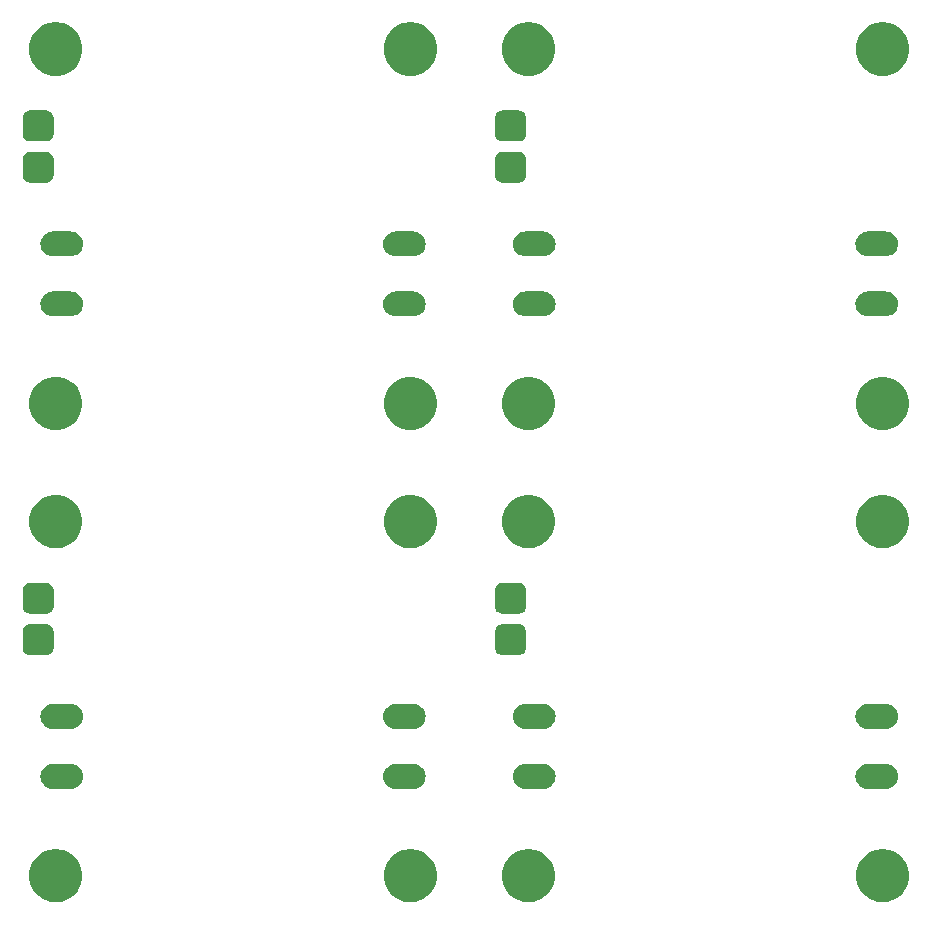
<source format=gbr>
G04 #@! TF.GenerationSoftware,KiCad,Pcbnew,(5.1.5)-3*
G04 #@! TF.CreationDate,2019-12-17T16:33:14+01:00*
G04 #@! TF.ProjectId,Copper,436f7070-6572-42e6-9b69-6361645f7063,rev?*
G04 #@! TF.SameCoordinates,Original*
G04 #@! TF.FileFunction,Soldermask,Bot*
G04 #@! TF.FilePolarity,Negative*
%FSLAX46Y46*%
G04 Gerber Fmt 4.6, Leading zero omitted, Abs format (unit mm)*
G04 Created by KiCad (PCBNEW (5.1.5)-3) date 2019-12-17 16:33:14*
%MOMM*%
%LPD*%
G04 APERTURE LIST*
%ADD10C,0.100000*%
G04 APERTURE END LIST*
D10*
G36*
X153938953Y-166293233D02*
G01*
X154156301Y-166336466D01*
X154565775Y-166506076D01*
X154934292Y-166752311D01*
X155247689Y-167065708D01*
X155493924Y-167434225D01*
X155663534Y-167843699D01*
X155750000Y-168278394D01*
X155750000Y-168721606D01*
X155663534Y-169156301D01*
X155493924Y-169565775D01*
X155247689Y-169934292D01*
X154934292Y-170247689D01*
X154565775Y-170493924D01*
X154156301Y-170663534D01*
X153938953Y-170706767D01*
X153721607Y-170750000D01*
X153278393Y-170750000D01*
X153061047Y-170706767D01*
X152843699Y-170663534D01*
X152434225Y-170493924D01*
X152065708Y-170247689D01*
X151752311Y-169934292D01*
X151506076Y-169565775D01*
X151336466Y-169156301D01*
X151250000Y-168721606D01*
X151250000Y-168278394D01*
X151336466Y-167843699D01*
X151506076Y-167434225D01*
X151752311Y-167065708D01*
X152065708Y-166752311D01*
X152434225Y-166506076D01*
X152843699Y-166336466D01*
X153061047Y-166293233D01*
X153278393Y-166250000D01*
X153721607Y-166250000D01*
X153938953Y-166293233D01*
G37*
G36*
X113938953Y-166293233D02*
G01*
X114156301Y-166336466D01*
X114565775Y-166506076D01*
X114934292Y-166752311D01*
X115247689Y-167065708D01*
X115493924Y-167434225D01*
X115663534Y-167843699D01*
X115750000Y-168278394D01*
X115750000Y-168721606D01*
X115663534Y-169156301D01*
X115493924Y-169565775D01*
X115247689Y-169934292D01*
X114934292Y-170247689D01*
X114565775Y-170493924D01*
X114156301Y-170663534D01*
X113938953Y-170706767D01*
X113721607Y-170750000D01*
X113278393Y-170750000D01*
X113061047Y-170706767D01*
X112843699Y-170663534D01*
X112434225Y-170493924D01*
X112065708Y-170247689D01*
X111752311Y-169934292D01*
X111506076Y-169565775D01*
X111336466Y-169156301D01*
X111250000Y-168721606D01*
X111250000Y-168278394D01*
X111336466Y-167843699D01*
X111506076Y-167434225D01*
X111752311Y-167065708D01*
X112065708Y-166752311D01*
X112434225Y-166506076D01*
X112843699Y-166336466D01*
X113061047Y-166293233D01*
X113278393Y-166250000D01*
X113721607Y-166250000D01*
X113938953Y-166293233D01*
G37*
G36*
X83938953Y-166293233D02*
G01*
X84156301Y-166336466D01*
X84565775Y-166506076D01*
X84934292Y-166752311D01*
X85247689Y-167065708D01*
X85493924Y-167434225D01*
X85663534Y-167843699D01*
X85750000Y-168278394D01*
X85750000Y-168721606D01*
X85663534Y-169156301D01*
X85493924Y-169565775D01*
X85247689Y-169934292D01*
X84934292Y-170247689D01*
X84565775Y-170493924D01*
X84156301Y-170663534D01*
X83938953Y-170706767D01*
X83721607Y-170750000D01*
X83278393Y-170750000D01*
X83061047Y-170706767D01*
X82843699Y-170663534D01*
X82434225Y-170493924D01*
X82065708Y-170247689D01*
X81752311Y-169934292D01*
X81506076Y-169565775D01*
X81336466Y-169156301D01*
X81250000Y-168721606D01*
X81250000Y-168278394D01*
X81336466Y-167843699D01*
X81506076Y-167434225D01*
X81752311Y-167065708D01*
X82065708Y-166752311D01*
X82434225Y-166506076D01*
X82843699Y-166336466D01*
X83061047Y-166293233D01*
X83278393Y-166250000D01*
X83721607Y-166250000D01*
X83938953Y-166293233D01*
G37*
G36*
X123938953Y-166293233D02*
G01*
X124156301Y-166336466D01*
X124565775Y-166506076D01*
X124934292Y-166752311D01*
X125247689Y-167065708D01*
X125493924Y-167434225D01*
X125663534Y-167843699D01*
X125750000Y-168278394D01*
X125750000Y-168721606D01*
X125663534Y-169156301D01*
X125493924Y-169565775D01*
X125247689Y-169934292D01*
X124934292Y-170247689D01*
X124565775Y-170493924D01*
X124156301Y-170663534D01*
X123938953Y-170706767D01*
X123721607Y-170750000D01*
X123278393Y-170750000D01*
X123061047Y-170706767D01*
X122843699Y-170663534D01*
X122434225Y-170493924D01*
X122065708Y-170247689D01*
X121752311Y-169934292D01*
X121506076Y-169565775D01*
X121336466Y-169156301D01*
X121250000Y-168721606D01*
X121250000Y-168278394D01*
X121336466Y-167843699D01*
X121506076Y-167434225D01*
X121752311Y-167065708D01*
X122065708Y-166752311D01*
X122434225Y-166506076D01*
X122843699Y-166336466D01*
X123061047Y-166293233D01*
X123278393Y-166250000D01*
X123721607Y-166250000D01*
X123938953Y-166293233D01*
G37*
G36*
X113853097Y-159034069D02*
G01*
X113956032Y-159044207D01*
X114154146Y-159104305D01*
X114154149Y-159104306D01*
X114250975Y-159156061D01*
X114336729Y-159201897D01*
X114496765Y-159333235D01*
X114628103Y-159493271D01*
X114673939Y-159579025D01*
X114725694Y-159675851D01*
X114725695Y-159675854D01*
X114785793Y-159873968D01*
X114806085Y-160080000D01*
X114785793Y-160286032D01*
X114725695Y-160484146D01*
X114725694Y-160484149D01*
X114673939Y-160580975D01*
X114628103Y-160666729D01*
X114496765Y-160826765D01*
X114336729Y-160958103D01*
X114250975Y-161003939D01*
X114154149Y-161055694D01*
X114154146Y-161055695D01*
X113956032Y-161115793D01*
X113853097Y-161125931D01*
X113801631Y-161131000D01*
X112198369Y-161131000D01*
X112146903Y-161125931D01*
X112043968Y-161115793D01*
X111845854Y-161055695D01*
X111845851Y-161055694D01*
X111749025Y-161003939D01*
X111663271Y-160958103D01*
X111503235Y-160826765D01*
X111371897Y-160666729D01*
X111326061Y-160580975D01*
X111274306Y-160484149D01*
X111274305Y-160484146D01*
X111214207Y-160286032D01*
X111193915Y-160080000D01*
X111214207Y-159873968D01*
X111274305Y-159675854D01*
X111274306Y-159675851D01*
X111326061Y-159579025D01*
X111371897Y-159493271D01*
X111503235Y-159333235D01*
X111663271Y-159201897D01*
X111749025Y-159156061D01*
X111845851Y-159104306D01*
X111845854Y-159104305D01*
X112043968Y-159044207D01*
X112146903Y-159034069D01*
X112198369Y-159029000D01*
X113801631Y-159029000D01*
X113853097Y-159034069D01*
G37*
G36*
X84853097Y-159034069D02*
G01*
X84956032Y-159044207D01*
X85154146Y-159104305D01*
X85154149Y-159104306D01*
X85250975Y-159156061D01*
X85336729Y-159201897D01*
X85496765Y-159333235D01*
X85628103Y-159493271D01*
X85673939Y-159579025D01*
X85725694Y-159675851D01*
X85725695Y-159675854D01*
X85785793Y-159873968D01*
X85806085Y-160080000D01*
X85785793Y-160286032D01*
X85725695Y-160484146D01*
X85725694Y-160484149D01*
X85673939Y-160580975D01*
X85628103Y-160666729D01*
X85496765Y-160826765D01*
X85336729Y-160958103D01*
X85250975Y-161003939D01*
X85154149Y-161055694D01*
X85154146Y-161055695D01*
X84956032Y-161115793D01*
X84853097Y-161125931D01*
X84801631Y-161131000D01*
X83198369Y-161131000D01*
X83146903Y-161125931D01*
X83043968Y-161115793D01*
X82845854Y-161055695D01*
X82845851Y-161055694D01*
X82749025Y-161003939D01*
X82663271Y-160958103D01*
X82503235Y-160826765D01*
X82371897Y-160666729D01*
X82326061Y-160580975D01*
X82274306Y-160484149D01*
X82274305Y-160484146D01*
X82214207Y-160286032D01*
X82193915Y-160080000D01*
X82214207Y-159873968D01*
X82274305Y-159675854D01*
X82274306Y-159675851D01*
X82326061Y-159579025D01*
X82371897Y-159493271D01*
X82503235Y-159333235D01*
X82663271Y-159201897D01*
X82749025Y-159156061D01*
X82845851Y-159104306D01*
X82845854Y-159104305D01*
X83043968Y-159044207D01*
X83146903Y-159034069D01*
X83198369Y-159029000D01*
X84801631Y-159029000D01*
X84853097Y-159034069D01*
G37*
G36*
X124853097Y-159034069D02*
G01*
X124956032Y-159044207D01*
X125154146Y-159104305D01*
X125154149Y-159104306D01*
X125250975Y-159156061D01*
X125336729Y-159201897D01*
X125496765Y-159333235D01*
X125628103Y-159493271D01*
X125673939Y-159579025D01*
X125725694Y-159675851D01*
X125725695Y-159675854D01*
X125785793Y-159873968D01*
X125806085Y-160080000D01*
X125785793Y-160286032D01*
X125725695Y-160484146D01*
X125725694Y-160484149D01*
X125673939Y-160580975D01*
X125628103Y-160666729D01*
X125496765Y-160826765D01*
X125336729Y-160958103D01*
X125250975Y-161003939D01*
X125154149Y-161055694D01*
X125154146Y-161055695D01*
X124956032Y-161115793D01*
X124853097Y-161125931D01*
X124801631Y-161131000D01*
X123198369Y-161131000D01*
X123146903Y-161125931D01*
X123043968Y-161115793D01*
X122845854Y-161055695D01*
X122845851Y-161055694D01*
X122749025Y-161003939D01*
X122663271Y-160958103D01*
X122503235Y-160826765D01*
X122371897Y-160666729D01*
X122326061Y-160580975D01*
X122274306Y-160484149D01*
X122274305Y-160484146D01*
X122214207Y-160286032D01*
X122193915Y-160080000D01*
X122214207Y-159873968D01*
X122274305Y-159675854D01*
X122274306Y-159675851D01*
X122326061Y-159579025D01*
X122371897Y-159493271D01*
X122503235Y-159333235D01*
X122663271Y-159201897D01*
X122749025Y-159156061D01*
X122845851Y-159104306D01*
X122845854Y-159104305D01*
X123043968Y-159044207D01*
X123146903Y-159034069D01*
X123198369Y-159029000D01*
X124801631Y-159029000D01*
X124853097Y-159034069D01*
G37*
G36*
X153853097Y-159034069D02*
G01*
X153956032Y-159044207D01*
X154154146Y-159104305D01*
X154154149Y-159104306D01*
X154250975Y-159156061D01*
X154336729Y-159201897D01*
X154496765Y-159333235D01*
X154628103Y-159493271D01*
X154673939Y-159579025D01*
X154725694Y-159675851D01*
X154725695Y-159675854D01*
X154785793Y-159873968D01*
X154806085Y-160080000D01*
X154785793Y-160286032D01*
X154725695Y-160484146D01*
X154725694Y-160484149D01*
X154673939Y-160580975D01*
X154628103Y-160666729D01*
X154496765Y-160826765D01*
X154336729Y-160958103D01*
X154250975Y-161003939D01*
X154154149Y-161055694D01*
X154154146Y-161055695D01*
X153956032Y-161115793D01*
X153853097Y-161125931D01*
X153801631Y-161131000D01*
X152198369Y-161131000D01*
X152146903Y-161125931D01*
X152043968Y-161115793D01*
X151845854Y-161055695D01*
X151845851Y-161055694D01*
X151749025Y-161003939D01*
X151663271Y-160958103D01*
X151503235Y-160826765D01*
X151371897Y-160666729D01*
X151326061Y-160580975D01*
X151274306Y-160484149D01*
X151274305Y-160484146D01*
X151214207Y-160286032D01*
X151193915Y-160080000D01*
X151214207Y-159873968D01*
X151274305Y-159675854D01*
X151274306Y-159675851D01*
X151326061Y-159579025D01*
X151371897Y-159493271D01*
X151503235Y-159333235D01*
X151663271Y-159201897D01*
X151749025Y-159156061D01*
X151845851Y-159104306D01*
X151845854Y-159104305D01*
X152043968Y-159044207D01*
X152146903Y-159034069D01*
X152198369Y-159029000D01*
X153801631Y-159029000D01*
X153853097Y-159034069D01*
G37*
G36*
X113853097Y-153954069D02*
G01*
X113956032Y-153964207D01*
X114154146Y-154024305D01*
X114154149Y-154024306D01*
X114250975Y-154076061D01*
X114336729Y-154121897D01*
X114496765Y-154253235D01*
X114628103Y-154413271D01*
X114673939Y-154499025D01*
X114725694Y-154595851D01*
X114725695Y-154595854D01*
X114785793Y-154793968D01*
X114806085Y-155000000D01*
X114785793Y-155206032D01*
X114725695Y-155404146D01*
X114725694Y-155404149D01*
X114673939Y-155500975D01*
X114628103Y-155586729D01*
X114496765Y-155746765D01*
X114336729Y-155878103D01*
X114250975Y-155923939D01*
X114154149Y-155975694D01*
X114154146Y-155975695D01*
X113956032Y-156035793D01*
X113853097Y-156045931D01*
X113801631Y-156051000D01*
X112198369Y-156051000D01*
X112146903Y-156045931D01*
X112043968Y-156035793D01*
X111845854Y-155975695D01*
X111845851Y-155975694D01*
X111749025Y-155923939D01*
X111663271Y-155878103D01*
X111503235Y-155746765D01*
X111371897Y-155586729D01*
X111326061Y-155500975D01*
X111274306Y-155404149D01*
X111274305Y-155404146D01*
X111214207Y-155206032D01*
X111193915Y-155000000D01*
X111214207Y-154793968D01*
X111274305Y-154595854D01*
X111274306Y-154595851D01*
X111326061Y-154499025D01*
X111371897Y-154413271D01*
X111503235Y-154253235D01*
X111663271Y-154121897D01*
X111749025Y-154076061D01*
X111845851Y-154024306D01*
X111845854Y-154024305D01*
X112043968Y-153964207D01*
X112146903Y-153954069D01*
X112198369Y-153949000D01*
X113801631Y-153949000D01*
X113853097Y-153954069D01*
G37*
G36*
X124853097Y-153954069D02*
G01*
X124956032Y-153964207D01*
X125154146Y-154024305D01*
X125154149Y-154024306D01*
X125250975Y-154076061D01*
X125336729Y-154121897D01*
X125496765Y-154253235D01*
X125628103Y-154413271D01*
X125673939Y-154499025D01*
X125725694Y-154595851D01*
X125725695Y-154595854D01*
X125785793Y-154793968D01*
X125806085Y-155000000D01*
X125785793Y-155206032D01*
X125725695Y-155404146D01*
X125725694Y-155404149D01*
X125673939Y-155500975D01*
X125628103Y-155586729D01*
X125496765Y-155746765D01*
X125336729Y-155878103D01*
X125250975Y-155923939D01*
X125154149Y-155975694D01*
X125154146Y-155975695D01*
X124956032Y-156035793D01*
X124853097Y-156045931D01*
X124801631Y-156051000D01*
X123198369Y-156051000D01*
X123146903Y-156045931D01*
X123043968Y-156035793D01*
X122845854Y-155975695D01*
X122845851Y-155975694D01*
X122749025Y-155923939D01*
X122663271Y-155878103D01*
X122503235Y-155746765D01*
X122371897Y-155586729D01*
X122326061Y-155500975D01*
X122274306Y-155404149D01*
X122274305Y-155404146D01*
X122214207Y-155206032D01*
X122193915Y-155000000D01*
X122214207Y-154793968D01*
X122274305Y-154595854D01*
X122274306Y-154595851D01*
X122326061Y-154499025D01*
X122371897Y-154413271D01*
X122503235Y-154253235D01*
X122663271Y-154121897D01*
X122749025Y-154076061D01*
X122845851Y-154024306D01*
X122845854Y-154024305D01*
X123043968Y-153964207D01*
X123146903Y-153954069D01*
X123198369Y-153949000D01*
X124801631Y-153949000D01*
X124853097Y-153954069D01*
G37*
G36*
X153853097Y-153954069D02*
G01*
X153956032Y-153964207D01*
X154154146Y-154024305D01*
X154154149Y-154024306D01*
X154250975Y-154076061D01*
X154336729Y-154121897D01*
X154496765Y-154253235D01*
X154628103Y-154413271D01*
X154673939Y-154499025D01*
X154725694Y-154595851D01*
X154725695Y-154595854D01*
X154785793Y-154793968D01*
X154806085Y-155000000D01*
X154785793Y-155206032D01*
X154725695Y-155404146D01*
X154725694Y-155404149D01*
X154673939Y-155500975D01*
X154628103Y-155586729D01*
X154496765Y-155746765D01*
X154336729Y-155878103D01*
X154250975Y-155923939D01*
X154154149Y-155975694D01*
X154154146Y-155975695D01*
X153956032Y-156035793D01*
X153853097Y-156045931D01*
X153801631Y-156051000D01*
X152198369Y-156051000D01*
X152146903Y-156045931D01*
X152043968Y-156035793D01*
X151845854Y-155975695D01*
X151845851Y-155975694D01*
X151749025Y-155923939D01*
X151663271Y-155878103D01*
X151503235Y-155746765D01*
X151371897Y-155586729D01*
X151326061Y-155500975D01*
X151274306Y-155404149D01*
X151274305Y-155404146D01*
X151214207Y-155206032D01*
X151193915Y-155000000D01*
X151214207Y-154793968D01*
X151274305Y-154595854D01*
X151274306Y-154595851D01*
X151326061Y-154499025D01*
X151371897Y-154413271D01*
X151503235Y-154253235D01*
X151663271Y-154121897D01*
X151749025Y-154076061D01*
X151845851Y-154024306D01*
X151845854Y-154024305D01*
X152043968Y-153964207D01*
X152146903Y-153954069D01*
X152198369Y-153949000D01*
X153801631Y-153949000D01*
X153853097Y-153954069D01*
G37*
G36*
X84853097Y-153954069D02*
G01*
X84956032Y-153964207D01*
X85154146Y-154024305D01*
X85154149Y-154024306D01*
X85250975Y-154076061D01*
X85336729Y-154121897D01*
X85496765Y-154253235D01*
X85628103Y-154413271D01*
X85673939Y-154499025D01*
X85725694Y-154595851D01*
X85725695Y-154595854D01*
X85785793Y-154793968D01*
X85806085Y-155000000D01*
X85785793Y-155206032D01*
X85725695Y-155404146D01*
X85725694Y-155404149D01*
X85673939Y-155500975D01*
X85628103Y-155586729D01*
X85496765Y-155746765D01*
X85336729Y-155878103D01*
X85250975Y-155923939D01*
X85154149Y-155975694D01*
X85154146Y-155975695D01*
X84956032Y-156035793D01*
X84853097Y-156045931D01*
X84801631Y-156051000D01*
X83198369Y-156051000D01*
X83146903Y-156045931D01*
X83043968Y-156035793D01*
X82845854Y-155975695D01*
X82845851Y-155975694D01*
X82749025Y-155923939D01*
X82663271Y-155878103D01*
X82503235Y-155746765D01*
X82371897Y-155586729D01*
X82326061Y-155500975D01*
X82274306Y-155404149D01*
X82274305Y-155404146D01*
X82214207Y-155206032D01*
X82193915Y-155000000D01*
X82214207Y-154793968D01*
X82274305Y-154595854D01*
X82274306Y-154595851D01*
X82326061Y-154499025D01*
X82371897Y-154413271D01*
X82503235Y-154253235D01*
X82663271Y-154121897D01*
X82749025Y-154076061D01*
X82845851Y-154024306D01*
X82845854Y-154024305D01*
X83043968Y-153964207D01*
X83146903Y-153954069D01*
X83198369Y-153949000D01*
X84801631Y-153949000D01*
X84853097Y-153954069D01*
G37*
G36*
X82827593Y-147210891D02*
G01*
X82937789Y-147244319D01*
X83039338Y-147298598D01*
X83128351Y-147371649D01*
X83201402Y-147460662D01*
X83255681Y-147562211D01*
X83289109Y-147672407D01*
X83301000Y-147793140D01*
X83301000Y-149206860D01*
X83289109Y-149327593D01*
X83255681Y-149437789D01*
X83201402Y-149539338D01*
X83128351Y-149628351D01*
X83039338Y-149701402D01*
X82937789Y-149755681D01*
X82827593Y-149789109D01*
X82706860Y-149801000D01*
X81293140Y-149801000D01*
X81172407Y-149789109D01*
X81062211Y-149755681D01*
X80960662Y-149701402D01*
X80871649Y-149628351D01*
X80798598Y-149539338D01*
X80744319Y-149437789D01*
X80710891Y-149327593D01*
X80699000Y-149206860D01*
X80699000Y-147793140D01*
X80710891Y-147672407D01*
X80744319Y-147562211D01*
X80798598Y-147460662D01*
X80871649Y-147371649D01*
X80960662Y-147298598D01*
X81062211Y-147244319D01*
X81172407Y-147210891D01*
X81293140Y-147199000D01*
X82706860Y-147199000D01*
X82827593Y-147210891D01*
G37*
G36*
X122827593Y-147210891D02*
G01*
X122937789Y-147244319D01*
X123039338Y-147298598D01*
X123128351Y-147371649D01*
X123201402Y-147460662D01*
X123255681Y-147562211D01*
X123289109Y-147672407D01*
X123301000Y-147793140D01*
X123301000Y-149206860D01*
X123289109Y-149327593D01*
X123255681Y-149437789D01*
X123201402Y-149539338D01*
X123128351Y-149628351D01*
X123039338Y-149701402D01*
X122937789Y-149755681D01*
X122827593Y-149789109D01*
X122706860Y-149801000D01*
X121293140Y-149801000D01*
X121172407Y-149789109D01*
X121062211Y-149755681D01*
X120960662Y-149701402D01*
X120871649Y-149628351D01*
X120798598Y-149539338D01*
X120744319Y-149437789D01*
X120710891Y-149327593D01*
X120699000Y-149206860D01*
X120699000Y-147793140D01*
X120710891Y-147672407D01*
X120744319Y-147562211D01*
X120798598Y-147460662D01*
X120871649Y-147371649D01*
X120960662Y-147298598D01*
X121062211Y-147244319D01*
X121172407Y-147210891D01*
X121293140Y-147199000D01*
X122706860Y-147199000D01*
X122827593Y-147210891D01*
G37*
G36*
X122827593Y-143710891D02*
G01*
X122937789Y-143744319D01*
X123039338Y-143798598D01*
X123128351Y-143871649D01*
X123201402Y-143960662D01*
X123255681Y-144062211D01*
X123289109Y-144172407D01*
X123301000Y-144293140D01*
X123301000Y-145706860D01*
X123289109Y-145827593D01*
X123255681Y-145937789D01*
X123201402Y-146039338D01*
X123128351Y-146128351D01*
X123039338Y-146201402D01*
X122937789Y-146255681D01*
X122827593Y-146289109D01*
X122706860Y-146301000D01*
X121293140Y-146301000D01*
X121172407Y-146289109D01*
X121062211Y-146255681D01*
X120960662Y-146201402D01*
X120871649Y-146128351D01*
X120798598Y-146039338D01*
X120744319Y-145937789D01*
X120710891Y-145827593D01*
X120699000Y-145706860D01*
X120699000Y-144293140D01*
X120710891Y-144172407D01*
X120744319Y-144062211D01*
X120798598Y-143960662D01*
X120871649Y-143871649D01*
X120960662Y-143798598D01*
X121062211Y-143744319D01*
X121172407Y-143710891D01*
X121293140Y-143699000D01*
X122706860Y-143699000D01*
X122827593Y-143710891D01*
G37*
G36*
X82827593Y-143710891D02*
G01*
X82937789Y-143744319D01*
X83039338Y-143798598D01*
X83128351Y-143871649D01*
X83201402Y-143960662D01*
X83255681Y-144062211D01*
X83289109Y-144172407D01*
X83301000Y-144293140D01*
X83301000Y-145706860D01*
X83289109Y-145827593D01*
X83255681Y-145937789D01*
X83201402Y-146039338D01*
X83128351Y-146128351D01*
X83039338Y-146201402D01*
X82937789Y-146255681D01*
X82827593Y-146289109D01*
X82706860Y-146301000D01*
X81293140Y-146301000D01*
X81172407Y-146289109D01*
X81062211Y-146255681D01*
X80960662Y-146201402D01*
X80871649Y-146128351D01*
X80798598Y-146039338D01*
X80744319Y-145937789D01*
X80710891Y-145827593D01*
X80699000Y-145706860D01*
X80699000Y-144293140D01*
X80710891Y-144172407D01*
X80744319Y-144062211D01*
X80798598Y-143960662D01*
X80871649Y-143871649D01*
X80960662Y-143798598D01*
X81062211Y-143744319D01*
X81172407Y-143710891D01*
X81293140Y-143699000D01*
X82706860Y-143699000D01*
X82827593Y-143710891D01*
G37*
G36*
X114156301Y-136336466D02*
G01*
X114565775Y-136506076D01*
X114934292Y-136752311D01*
X115247689Y-137065708D01*
X115493924Y-137434225D01*
X115663534Y-137843699D01*
X115750000Y-138278394D01*
X115750000Y-138721606D01*
X115663534Y-139156301D01*
X115493924Y-139565775D01*
X115247689Y-139934292D01*
X114934292Y-140247689D01*
X114565775Y-140493924D01*
X114156301Y-140663534D01*
X113938953Y-140706767D01*
X113721607Y-140750000D01*
X113278393Y-140750000D01*
X113061047Y-140706767D01*
X112843699Y-140663534D01*
X112434225Y-140493924D01*
X112065708Y-140247689D01*
X111752311Y-139934292D01*
X111506076Y-139565775D01*
X111336466Y-139156301D01*
X111250000Y-138721606D01*
X111250000Y-138278394D01*
X111336466Y-137843699D01*
X111506076Y-137434225D01*
X111752311Y-137065708D01*
X112065708Y-136752311D01*
X112434225Y-136506076D01*
X112843699Y-136336466D01*
X113278393Y-136250000D01*
X113721607Y-136250000D01*
X114156301Y-136336466D01*
G37*
G36*
X154156301Y-136336466D02*
G01*
X154565775Y-136506076D01*
X154934292Y-136752311D01*
X155247689Y-137065708D01*
X155493924Y-137434225D01*
X155663534Y-137843699D01*
X155750000Y-138278394D01*
X155750000Y-138721606D01*
X155663534Y-139156301D01*
X155493924Y-139565775D01*
X155247689Y-139934292D01*
X154934292Y-140247689D01*
X154565775Y-140493924D01*
X154156301Y-140663534D01*
X153938953Y-140706767D01*
X153721607Y-140750000D01*
X153278393Y-140750000D01*
X153061047Y-140706767D01*
X152843699Y-140663534D01*
X152434225Y-140493924D01*
X152065708Y-140247689D01*
X151752311Y-139934292D01*
X151506076Y-139565775D01*
X151336466Y-139156301D01*
X151250000Y-138721606D01*
X151250000Y-138278394D01*
X151336466Y-137843699D01*
X151506076Y-137434225D01*
X151752311Y-137065708D01*
X152065708Y-136752311D01*
X152434225Y-136506076D01*
X152843699Y-136336466D01*
X153278393Y-136250000D01*
X153721607Y-136250000D01*
X154156301Y-136336466D01*
G37*
G36*
X124156301Y-136336466D02*
G01*
X124565775Y-136506076D01*
X124934292Y-136752311D01*
X125247689Y-137065708D01*
X125493924Y-137434225D01*
X125663534Y-137843699D01*
X125750000Y-138278394D01*
X125750000Y-138721606D01*
X125663534Y-139156301D01*
X125493924Y-139565775D01*
X125247689Y-139934292D01*
X124934292Y-140247689D01*
X124565775Y-140493924D01*
X124156301Y-140663534D01*
X123938953Y-140706767D01*
X123721607Y-140750000D01*
X123278393Y-140750000D01*
X123061047Y-140706767D01*
X122843699Y-140663534D01*
X122434225Y-140493924D01*
X122065708Y-140247689D01*
X121752311Y-139934292D01*
X121506076Y-139565775D01*
X121336466Y-139156301D01*
X121250000Y-138721606D01*
X121250000Y-138278394D01*
X121336466Y-137843699D01*
X121506076Y-137434225D01*
X121752311Y-137065708D01*
X122065708Y-136752311D01*
X122434225Y-136506076D01*
X122843699Y-136336466D01*
X123278393Y-136250000D01*
X123721607Y-136250000D01*
X124156301Y-136336466D01*
G37*
G36*
X84156301Y-136336466D02*
G01*
X84565775Y-136506076D01*
X84934292Y-136752311D01*
X85247689Y-137065708D01*
X85493924Y-137434225D01*
X85663534Y-137843699D01*
X85750000Y-138278394D01*
X85750000Y-138721606D01*
X85663534Y-139156301D01*
X85493924Y-139565775D01*
X85247689Y-139934292D01*
X84934292Y-140247689D01*
X84565775Y-140493924D01*
X84156301Y-140663534D01*
X83938953Y-140706767D01*
X83721607Y-140750000D01*
X83278393Y-140750000D01*
X83061047Y-140706767D01*
X82843699Y-140663534D01*
X82434225Y-140493924D01*
X82065708Y-140247689D01*
X81752311Y-139934292D01*
X81506076Y-139565775D01*
X81336466Y-139156301D01*
X81250000Y-138721606D01*
X81250000Y-138278394D01*
X81336466Y-137843699D01*
X81506076Y-137434225D01*
X81752311Y-137065708D01*
X82065708Y-136752311D01*
X82434225Y-136506076D01*
X82843699Y-136336466D01*
X83278393Y-136250000D01*
X83721607Y-136250000D01*
X84156301Y-136336466D01*
G37*
G36*
X124156301Y-126336466D02*
G01*
X124565775Y-126506076D01*
X124934292Y-126752311D01*
X125247689Y-127065708D01*
X125493924Y-127434225D01*
X125663534Y-127843699D01*
X125750000Y-128278394D01*
X125750000Y-128721606D01*
X125663534Y-129156301D01*
X125493924Y-129565775D01*
X125247689Y-129934292D01*
X124934292Y-130247689D01*
X124565775Y-130493924D01*
X124156301Y-130663534D01*
X123721607Y-130750000D01*
X123278393Y-130750000D01*
X122843699Y-130663534D01*
X122434225Y-130493924D01*
X122065708Y-130247689D01*
X121752311Y-129934292D01*
X121506076Y-129565775D01*
X121336466Y-129156301D01*
X121250000Y-128721606D01*
X121250000Y-128278394D01*
X121336466Y-127843699D01*
X121506076Y-127434225D01*
X121752311Y-127065708D01*
X122065708Y-126752311D01*
X122434225Y-126506076D01*
X122843699Y-126336466D01*
X123278393Y-126250000D01*
X123721607Y-126250000D01*
X124156301Y-126336466D01*
G37*
G36*
X154156301Y-126336466D02*
G01*
X154565775Y-126506076D01*
X154934292Y-126752311D01*
X155247689Y-127065708D01*
X155493924Y-127434225D01*
X155663534Y-127843699D01*
X155750000Y-128278394D01*
X155750000Y-128721606D01*
X155663534Y-129156301D01*
X155493924Y-129565775D01*
X155247689Y-129934292D01*
X154934292Y-130247689D01*
X154565775Y-130493924D01*
X154156301Y-130663534D01*
X153721607Y-130750000D01*
X153278393Y-130750000D01*
X152843699Y-130663534D01*
X152434225Y-130493924D01*
X152065708Y-130247689D01*
X151752311Y-129934292D01*
X151506076Y-129565775D01*
X151336466Y-129156301D01*
X151250000Y-128721606D01*
X151250000Y-128278394D01*
X151336466Y-127843699D01*
X151506076Y-127434225D01*
X151752311Y-127065708D01*
X152065708Y-126752311D01*
X152434225Y-126506076D01*
X152843699Y-126336466D01*
X153278393Y-126250000D01*
X153721607Y-126250000D01*
X154156301Y-126336466D01*
G37*
G36*
X114156301Y-126336466D02*
G01*
X114565775Y-126506076D01*
X114934292Y-126752311D01*
X115247689Y-127065708D01*
X115493924Y-127434225D01*
X115663534Y-127843699D01*
X115750000Y-128278394D01*
X115750000Y-128721606D01*
X115663534Y-129156301D01*
X115493924Y-129565775D01*
X115247689Y-129934292D01*
X114934292Y-130247689D01*
X114565775Y-130493924D01*
X114156301Y-130663534D01*
X113721607Y-130750000D01*
X113278393Y-130750000D01*
X112843699Y-130663534D01*
X112434225Y-130493924D01*
X112065708Y-130247689D01*
X111752311Y-129934292D01*
X111506076Y-129565775D01*
X111336466Y-129156301D01*
X111250000Y-128721606D01*
X111250000Y-128278394D01*
X111336466Y-127843699D01*
X111506076Y-127434225D01*
X111752311Y-127065708D01*
X112065708Y-126752311D01*
X112434225Y-126506076D01*
X112843699Y-126336466D01*
X113278393Y-126250000D01*
X113721607Y-126250000D01*
X114156301Y-126336466D01*
G37*
G36*
X84156301Y-126336466D02*
G01*
X84565775Y-126506076D01*
X84934292Y-126752311D01*
X85247689Y-127065708D01*
X85493924Y-127434225D01*
X85663534Y-127843699D01*
X85750000Y-128278394D01*
X85750000Y-128721606D01*
X85663534Y-129156301D01*
X85493924Y-129565775D01*
X85247689Y-129934292D01*
X84934292Y-130247689D01*
X84565775Y-130493924D01*
X84156301Y-130663534D01*
X83721607Y-130750000D01*
X83278393Y-130750000D01*
X82843699Y-130663534D01*
X82434225Y-130493924D01*
X82065708Y-130247689D01*
X81752311Y-129934292D01*
X81506076Y-129565775D01*
X81336466Y-129156301D01*
X81250000Y-128721606D01*
X81250000Y-128278394D01*
X81336466Y-127843699D01*
X81506076Y-127434225D01*
X81752311Y-127065708D01*
X82065708Y-126752311D01*
X82434225Y-126506076D01*
X82843699Y-126336466D01*
X83278393Y-126250000D01*
X83721607Y-126250000D01*
X84156301Y-126336466D01*
G37*
G36*
X124853097Y-119034069D02*
G01*
X124956032Y-119044207D01*
X125154146Y-119104305D01*
X125154149Y-119104306D01*
X125250975Y-119156061D01*
X125336729Y-119201897D01*
X125496765Y-119333235D01*
X125628103Y-119493271D01*
X125673939Y-119579025D01*
X125725694Y-119675851D01*
X125725695Y-119675854D01*
X125785793Y-119873968D01*
X125806085Y-120080000D01*
X125785793Y-120286032D01*
X125725695Y-120484146D01*
X125725694Y-120484149D01*
X125673939Y-120580975D01*
X125628103Y-120666729D01*
X125496765Y-120826765D01*
X125336729Y-120958103D01*
X125250975Y-121003939D01*
X125154149Y-121055694D01*
X125154146Y-121055695D01*
X124956032Y-121115793D01*
X124853097Y-121125931D01*
X124801631Y-121131000D01*
X123198369Y-121131000D01*
X123146903Y-121125931D01*
X123043968Y-121115793D01*
X122845854Y-121055695D01*
X122845851Y-121055694D01*
X122749025Y-121003939D01*
X122663271Y-120958103D01*
X122503235Y-120826765D01*
X122371897Y-120666729D01*
X122326061Y-120580975D01*
X122274306Y-120484149D01*
X122274305Y-120484146D01*
X122214207Y-120286032D01*
X122193915Y-120080000D01*
X122214207Y-119873968D01*
X122274305Y-119675854D01*
X122274306Y-119675851D01*
X122326061Y-119579025D01*
X122371897Y-119493271D01*
X122503235Y-119333235D01*
X122663271Y-119201897D01*
X122749025Y-119156061D01*
X122845851Y-119104306D01*
X122845854Y-119104305D01*
X123043968Y-119044207D01*
X123146903Y-119034069D01*
X123198369Y-119029000D01*
X124801631Y-119029000D01*
X124853097Y-119034069D01*
G37*
G36*
X153853097Y-119034069D02*
G01*
X153956032Y-119044207D01*
X154154146Y-119104305D01*
X154154149Y-119104306D01*
X154250975Y-119156061D01*
X154336729Y-119201897D01*
X154496765Y-119333235D01*
X154628103Y-119493271D01*
X154673939Y-119579025D01*
X154725694Y-119675851D01*
X154725695Y-119675854D01*
X154785793Y-119873968D01*
X154806085Y-120080000D01*
X154785793Y-120286032D01*
X154725695Y-120484146D01*
X154725694Y-120484149D01*
X154673939Y-120580975D01*
X154628103Y-120666729D01*
X154496765Y-120826765D01*
X154336729Y-120958103D01*
X154250975Y-121003939D01*
X154154149Y-121055694D01*
X154154146Y-121055695D01*
X153956032Y-121115793D01*
X153853097Y-121125931D01*
X153801631Y-121131000D01*
X152198369Y-121131000D01*
X152146903Y-121125931D01*
X152043968Y-121115793D01*
X151845854Y-121055695D01*
X151845851Y-121055694D01*
X151749025Y-121003939D01*
X151663271Y-120958103D01*
X151503235Y-120826765D01*
X151371897Y-120666729D01*
X151326061Y-120580975D01*
X151274306Y-120484149D01*
X151274305Y-120484146D01*
X151214207Y-120286032D01*
X151193915Y-120080000D01*
X151214207Y-119873968D01*
X151274305Y-119675854D01*
X151274306Y-119675851D01*
X151326061Y-119579025D01*
X151371897Y-119493271D01*
X151503235Y-119333235D01*
X151663271Y-119201897D01*
X151749025Y-119156061D01*
X151845851Y-119104306D01*
X151845854Y-119104305D01*
X152043968Y-119044207D01*
X152146903Y-119034069D01*
X152198369Y-119029000D01*
X153801631Y-119029000D01*
X153853097Y-119034069D01*
G37*
G36*
X113853097Y-119034069D02*
G01*
X113956032Y-119044207D01*
X114154146Y-119104305D01*
X114154149Y-119104306D01*
X114250975Y-119156061D01*
X114336729Y-119201897D01*
X114496765Y-119333235D01*
X114628103Y-119493271D01*
X114673939Y-119579025D01*
X114725694Y-119675851D01*
X114725695Y-119675854D01*
X114785793Y-119873968D01*
X114806085Y-120080000D01*
X114785793Y-120286032D01*
X114725695Y-120484146D01*
X114725694Y-120484149D01*
X114673939Y-120580975D01*
X114628103Y-120666729D01*
X114496765Y-120826765D01*
X114336729Y-120958103D01*
X114250975Y-121003939D01*
X114154149Y-121055694D01*
X114154146Y-121055695D01*
X113956032Y-121115793D01*
X113853097Y-121125931D01*
X113801631Y-121131000D01*
X112198369Y-121131000D01*
X112146903Y-121125931D01*
X112043968Y-121115793D01*
X111845854Y-121055695D01*
X111845851Y-121055694D01*
X111749025Y-121003939D01*
X111663271Y-120958103D01*
X111503235Y-120826765D01*
X111371897Y-120666729D01*
X111326061Y-120580975D01*
X111274306Y-120484149D01*
X111274305Y-120484146D01*
X111214207Y-120286032D01*
X111193915Y-120080000D01*
X111214207Y-119873968D01*
X111274305Y-119675854D01*
X111274306Y-119675851D01*
X111326061Y-119579025D01*
X111371897Y-119493271D01*
X111503235Y-119333235D01*
X111663271Y-119201897D01*
X111749025Y-119156061D01*
X111845851Y-119104306D01*
X111845854Y-119104305D01*
X112043968Y-119044207D01*
X112146903Y-119034069D01*
X112198369Y-119029000D01*
X113801631Y-119029000D01*
X113853097Y-119034069D01*
G37*
G36*
X84853097Y-119034069D02*
G01*
X84956032Y-119044207D01*
X85154146Y-119104305D01*
X85154149Y-119104306D01*
X85250975Y-119156061D01*
X85336729Y-119201897D01*
X85496765Y-119333235D01*
X85628103Y-119493271D01*
X85673939Y-119579025D01*
X85725694Y-119675851D01*
X85725695Y-119675854D01*
X85785793Y-119873968D01*
X85806085Y-120080000D01*
X85785793Y-120286032D01*
X85725695Y-120484146D01*
X85725694Y-120484149D01*
X85673939Y-120580975D01*
X85628103Y-120666729D01*
X85496765Y-120826765D01*
X85336729Y-120958103D01*
X85250975Y-121003939D01*
X85154149Y-121055694D01*
X85154146Y-121055695D01*
X84956032Y-121115793D01*
X84853097Y-121125931D01*
X84801631Y-121131000D01*
X83198369Y-121131000D01*
X83146903Y-121125931D01*
X83043968Y-121115793D01*
X82845854Y-121055695D01*
X82845851Y-121055694D01*
X82749025Y-121003939D01*
X82663271Y-120958103D01*
X82503235Y-120826765D01*
X82371897Y-120666729D01*
X82326061Y-120580975D01*
X82274306Y-120484149D01*
X82274305Y-120484146D01*
X82214207Y-120286032D01*
X82193915Y-120080000D01*
X82214207Y-119873968D01*
X82274305Y-119675854D01*
X82274306Y-119675851D01*
X82326061Y-119579025D01*
X82371897Y-119493271D01*
X82503235Y-119333235D01*
X82663271Y-119201897D01*
X82749025Y-119156061D01*
X82845851Y-119104306D01*
X82845854Y-119104305D01*
X83043968Y-119044207D01*
X83146903Y-119034069D01*
X83198369Y-119029000D01*
X84801631Y-119029000D01*
X84853097Y-119034069D01*
G37*
G36*
X153853097Y-113954069D02*
G01*
X153956032Y-113964207D01*
X154154146Y-114024305D01*
X154154149Y-114024306D01*
X154250975Y-114076061D01*
X154336729Y-114121897D01*
X154496765Y-114253235D01*
X154628103Y-114413271D01*
X154673939Y-114499025D01*
X154725694Y-114595851D01*
X154725695Y-114595854D01*
X154785793Y-114793968D01*
X154806085Y-115000000D01*
X154785793Y-115206032D01*
X154725695Y-115404146D01*
X154725694Y-115404149D01*
X154673939Y-115500975D01*
X154628103Y-115586729D01*
X154496765Y-115746765D01*
X154336729Y-115878103D01*
X154250975Y-115923939D01*
X154154149Y-115975694D01*
X154154146Y-115975695D01*
X153956032Y-116035793D01*
X153853097Y-116045931D01*
X153801631Y-116051000D01*
X152198369Y-116051000D01*
X152146903Y-116045931D01*
X152043968Y-116035793D01*
X151845854Y-115975695D01*
X151845851Y-115975694D01*
X151749025Y-115923939D01*
X151663271Y-115878103D01*
X151503235Y-115746765D01*
X151371897Y-115586729D01*
X151326061Y-115500975D01*
X151274306Y-115404149D01*
X151274305Y-115404146D01*
X151214207Y-115206032D01*
X151193915Y-115000000D01*
X151214207Y-114793968D01*
X151274305Y-114595854D01*
X151274306Y-114595851D01*
X151326061Y-114499025D01*
X151371897Y-114413271D01*
X151503235Y-114253235D01*
X151663271Y-114121897D01*
X151749025Y-114076061D01*
X151845851Y-114024306D01*
X151845854Y-114024305D01*
X152043968Y-113964207D01*
X152146903Y-113954069D01*
X152198369Y-113949000D01*
X153801631Y-113949000D01*
X153853097Y-113954069D01*
G37*
G36*
X113853097Y-113954069D02*
G01*
X113956032Y-113964207D01*
X114154146Y-114024305D01*
X114154149Y-114024306D01*
X114250975Y-114076061D01*
X114336729Y-114121897D01*
X114496765Y-114253235D01*
X114628103Y-114413271D01*
X114673939Y-114499025D01*
X114725694Y-114595851D01*
X114725695Y-114595854D01*
X114785793Y-114793968D01*
X114806085Y-115000000D01*
X114785793Y-115206032D01*
X114725695Y-115404146D01*
X114725694Y-115404149D01*
X114673939Y-115500975D01*
X114628103Y-115586729D01*
X114496765Y-115746765D01*
X114336729Y-115878103D01*
X114250975Y-115923939D01*
X114154149Y-115975694D01*
X114154146Y-115975695D01*
X113956032Y-116035793D01*
X113853097Y-116045931D01*
X113801631Y-116051000D01*
X112198369Y-116051000D01*
X112146903Y-116045931D01*
X112043968Y-116035793D01*
X111845854Y-115975695D01*
X111845851Y-115975694D01*
X111749025Y-115923939D01*
X111663271Y-115878103D01*
X111503235Y-115746765D01*
X111371897Y-115586729D01*
X111326061Y-115500975D01*
X111274306Y-115404149D01*
X111274305Y-115404146D01*
X111214207Y-115206032D01*
X111193915Y-115000000D01*
X111214207Y-114793968D01*
X111274305Y-114595854D01*
X111274306Y-114595851D01*
X111326061Y-114499025D01*
X111371897Y-114413271D01*
X111503235Y-114253235D01*
X111663271Y-114121897D01*
X111749025Y-114076061D01*
X111845851Y-114024306D01*
X111845854Y-114024305D01*
X112043968Y-113964207D01*
X112146903Y-113954069D01*
X112198369Y-113949000D01*
X113801631Y-113949000D01*
X113853097Y-113954069D01*
G37*
G36*
X84853097Y-113954069D02*
G01*
X84956032Y-113964207D01*
X85154146Y-114024305D01*
X85154149Y-114024306D01*
X85250975Y-114076061D01*
X85336729Y-114121897D01*
X85496765Y-114253235D01*
X85628103Y-114413271D01*
X85673939Y-114499025D01*
X85725694Y-114595851D01*
X85725695Y-114595854D01*
X85785793Y-114793968D01*
X85806085Y-115000000D01*
X85785793Y-115206032D01*
X85725695Y-115404146D01*
X85725694Y-115404149D01*
X85673939Y-115500975D01*
X85628103Y-115586729D01*
X85496765Y-115746765D01*
X85336729Y-115878103D01*
X85250975Y-115923939D01*
X85154149Y-115975694D01*
X85154146Y-115975695D01*
X84956032Y-116035793D01*
X84853097Y-116045931D01*
X84801631Y-116051000D01*
X83198369Y-116051000D01*
X83146903Y-116045931D01*
X83043968Y-116035793D01*
X82845854Y-115975695D01*
X82845851Y-115975694D01*
X82749025Y-115923939D01*
X82663271Y-115878103D01*
X82503235Y-115746765D01*
X82371897Y-115586729D01*
X82326061Y-115500975D01*
X82274306Y-115404149D01*
X82274305Y-115404146D01*
X82214207Y-115206032D01*
X82193915Y-115000000D01*
X82214207Y-114793968D01*
X82274305Y-114595854D01*
X82274306Y-114595851D01*
X82326061Y-114499025D01*
X82371897Y-114413271D01*
X82503235Y-114253235D01*
X82663271Y-114121897D01*
X82749025Y-114076061D01*
X82845851Y-114024306D01*
X82845854Y-114024305D01*
X83043968Y-113964207D01*
X83146903Y-113954069D01*
X83198369Y-113949000D01*
X84801631Y-113949000D01*
X84853097Y-113954069D01*
G37*
G36*
X124853097Y-113954069D02*
G01*
X124956032Y-113964207D01*
X125154146Y-114024305D01*
X125154149Y-114024306D01*
X125250975Y-114076061D01*
X125336729Y-114121897D01*
X125496765Y-114253235D01*
X125628103Y-114413271D01*
X125673939Y-114499025D01*
X125725694Y-114595851D01*
X125725695Y-114595854D01*
X125785793Y-114793968D01*
X125806085Y-115000000D01*
X125785793Y-115206032D01*
X125725695Y-115404146D01*
X125725694Y-115404149D01*
X125673939Y-115500975D01*
X125628103Y-115586729D01*
X125496765Y-115746765D01*
X125336729Y-115878103D01*
X125250975Y-115923939D01*
X125154149Y-115975694D01*
X125154146Y-115975695D01*
X124956032Y-116035793D01*
X124853097Y-116045931D01*
X124801631Y-116051000D01*
X123198369Y-116051000D01*
X123146903Y-116045931D01*
X123043968Y-116035793D01*
X122845854Y-115975695D01*
X122845851Y-115975694D01*
X122749025Y-115923939D01*
X122663271Y-115878103D01*
X122503235Y-115746765D01*
X122371897Y-115586729D01*
X122326061Y-115500975D01*
X122274306Y-115404149D01*
X122274305Y-115404146D01*
X122214207Y-115206032D01*
X122193915Y-115000000D01*
X122214207Y-114793968D01*
X122274305Y-114595854D01*
X122274306Y-114595851D01*
X122326061Y-114499025D01*
X122371897Y-114413271D01*
X122503235Y-114253235D01*
X122663271Y-114121897D01*
X122749025Y-114076061D01*
X122845851Y-114024306D01*
X122845854Y-114024305D01*
X123043968Y-113964207D01*
X123146903Y-113954069D01*
X123198369Y-113949000D01*
X124801631Y-113949000D01*
X124853097Y-113954069D01*
G37*
G36*
X82827593Y-107210891D02*
G01*
X82937789Y-107244319D01*
X83039338Y-107298598D01*
X83128351Y-107371649D01*
X83201402Y-107460662D01*
X83255681Y-107562211D01*
X83289109Y-107672407D01*
X83301000Y-107793140D01*
X83301000Y-109206860D01*
X83289109Y-109327593D01*
X83255681Y-109437789D01*
X83201402Y-109539338D01*
X83128351Y-109628351D01*
X83039338Y-109701402D01*
X82937789Y-109755681D01*
X82827593Y-109789109D01*
X82706860Y-109801000D01*
X81293140Y-109801000D01*
X81172407Y-109789109D01*
X81062211Y-109755681D01*
X80960662Y-109701402D01*
X80871649Y-109628351D01*
X80798598Y-109539338D01*
X80744319Y-109437789D01*
X80710891Y-109327593D01*
X80699000Y-109206860D01*
X80699000Y-107793140D01*
X80710891Y-107672407D01*
X80744319Y-107562211D01*
X80798598Y-107460662D01*
X80871649Y-107371649D01*
X80960662Y-107298598D01*
X81062211Y-107244319D01*
X81172407Y-107210891D01*
X81293140Y-107199000D01*
X82706860Y-107199000D01*
X82827593Y-107210891D01*
G37*
G36*
X122827593Y-107210891D02*
G01*
X122937789Y-107244319D01*
X123039338Y-107298598D01*
X123128351Y-107371649D01*
X123201402Y-107460662D01*
X123255681Y-107562211D01*
X123289109Y-107672407D01*
X123301000Y-107793140D01*
X123301000Y-109206860D01*
X123289109Y-109327593D01*
X123255681Y-109437789D01*
X123201402Y-109539338D01*
X123128351Y-109628351D01*
X123039338Y-109701402D01*
X122937789Y-109755681D01*
X122827593Y-109789109D01*
X122706860Y-109801000D01*
X121293140Y-109801000D01*
X121172407Y-109789109D01*
X121062211Y-109755681D01*
X120960662Y-109701402D01*
X120871649Y-109628351D01*
X120798598Y-109539338D01*
X120744319Y-109437789D01*
X120710891Y-109327593D01*
X120699000Y-109206860D01*
X120699000Y-107793140D01*
X120710891Y-107672407D01*
X120744319Y-107562211D01*
X120798598Y-107460662D01*
X120871649Y-107371649D01*
X120960662Y-107298598D01*
X121062211Y-107244319D01*
X121172407Y-107210891D01*
X121293140Y-107199000D01*
X122706860Y-107199000D01*
X122827593Y-107210891D01*
G37*
G36*
X82827593Y-103710891D02*
G01*
X82937789Y-103744319D01*
X83039338Y-103798598D01*
X83128351Y-103871649D01*
X83201402Y-103960662D01*
X83255681Y-104062211D01*
X83289109Y-104172407D01*
X83301000Y-104293140D01*
X83301000Y-105706860D01*
X83289109Y-105827593D01*
X83255681Y-105937789D01*
X83201402Y-106039338D01*
X83128351Y-106128351D01*
X83039338Y-106201402D01*
X82937789Y-106255681D01*
X82827593Y-106289109D01*
X82706860Y-106301000D01*
X81293140Y-106301000D01*
X81172407Y-106289109D01*
X81062211Y-106255681D01*
X80960662Y-106201402D01*
X80871649Y-106128351D01*
X80798598Y-106039338D01*
X80744319Y-105937789D01*
X80710891Y-105827593D01*
X80699000Y-105706860D01*
X80699000Y-104293140D01*
X80710891Y-104172407D01*
X80744319Y-104062211D01*
X80798598Y-103960662D01*
X80871649Y-103871649D01*
X80960662Y-103798598D01*
X81062211Y-103744319D01*
X81172407Y-103710891D01*
X81293140Y-103699000D01*
X82706860Y-103699000D01*
X82827593Y-103710891D01*
G37*
G36*
X122827593Y-103710891D02*
G01*
X122937789Y-103744319D01*
X123039338Y-103798598D01*
X123128351Y-103871649D01*
X123201402Y-103960662D01*
X123255681Y-104062211D01*
X123289109Y-104172407D01*
X123301000Y-104293140D01*
X123301000Y-105706860D01*
X123289109Y-105827593D01*
X123255681Y-105937789D01*
X123201402Y-106039338D01*
X123128351Y-106128351D01*
X123039338Y-106201402D01*
X122937789Y-106255681D01*
X122827593Y-106289109D01*
X122706860Y-106301000D01*
X121293140Y-106301000D01*
X121172407Y-106289109D01*
X121062211Y-106255681D01*
X120960662Y-106201402D01*
X120871649Y-106128351D01*
X120798598Y-106039338D01*
X120744319Y-105937789D01*
X120710891Y-105827593D01*
X120699000Y-105706860D01*
X120699000Y-104293140D01*
X120710891Y-104172407D01*
X120744319Y-104062211D01*
X120798598Y-103960662D01*
X120871649Y-103871649D01*
X120960662Y-103798598D01*
X121062211Y-103744319D01*
X121172407Y-103710891D01*
X121293140Y-103699000D01*
X122706860Y-103699000D01*
X122827593Y-103710891D01*
G37*
G36*
X123938953Y-96293233D02*
G01*
X124156301Y-96336466D01*
X124565775Y-96506076D01*
X124934292Y-96752311D01*
X125247689Y-97065708D01*
X125493924Y-97434225D01*
X125663534Y-97843699D01*
X125750000Y-98278394D01*
X125750000Y-98721606D01*
X125663534Y-99156301D01*
X125493924Y-99565775D01*
X125247689Y-99934292D01*
X124934292Y-100247689D01*
X124565775Y-100493924D01*
X124156301Y-100663534D01*
X123721607Y-100750000D01*
X123278393Y-100750000D01*
X122843699Y-100663534D01*
X122434225Y-100493924D01*
X122065708Y-100247689D01*
X121752311Y-99934292D01*
X121506076Y-99565775D01*
X121336466Y-99156301D01*
X121250000Y-98721606D01*
X121250000Y-98278394D01*
X121336466Y-97843699D01*
X121506076Y-97434225D01*
X121752311Y-97065708D01*
X122065708Y-96752311D01*
X122434225Y-96506076D01*
X122843699Y-96336466D01*
X123061047Y-96293233D01*
X123278393Y-96250000D01*
X123721607Y-96250000D01*
X123938953Y-96293233D01*
G37*
G36*
X153938953Y-96293233D02*
G01*
X154156301Y-96336466D01*
X154565775Y-96506076D01*
X154934292Y-96752311D01*
X155247689Y-97065708D01*
X155493924Y-97434225D01*
X155663534Y-97843699D01*
X155750000Y-98278394D01*
X155750000Y-98721606D01*
X155663534Y-99156301D01*
X155493924Y-99565775D01*
X155247689Y-99934292D01*
X154934292Y-100247689D01*
X154565775Y-100493924D01*
X154156301Y-100663534D01*
X153721607Y-100750000D01*
X153278393Y-100750000D01*
X152843699Y-100663534D01*
X152434225Y-100493924D01*
X152065708Y-100247689D01*
X151752311Y-99934292D01*
X151506076Y-99565775D01*
X151336466Y-99156301D01*
X151250000Y-98721606D01*
X151250000Y-98278394D01*
X151336466Y-97843699D01*
X151506076Y-97434225D01*
X151752311Y-97065708D01*
X152065708Y-96752311D01*
X152434225Y-96506076D01*
X152843699Y-96336466D01*
X153061047Y-96293233D01*
X153278393Y-96250000D01*
X153721607Y-96250000D01*
X153938953Y-96293233D01*
G37*
G36*
X113938953Y-96293233D02*
G01*
X114156301Y-96336466D01*
X114565775Y-96506076D01*
X114934292Y-96752311D01*
X115247689Y-97065708D01*
X115493924Y-97434225D01*
X115663534Y-97843699D01*
X115750000Y-98278394D01*
X115750000Y-98721606D01*
X115663534Y-99156301D01*
X115493924Y-99565775D01*
X115247689Y-99934292D01*
X114934292Y-100247689D01*
X114565775Y-100493924D01*
X114156301Y-100663534D01*
X113721607Y-100750000D01*
X113278393Y-100750000D01*
X112843699Y-100663534D01*
X112434225Y-100493924D01*
X112065708Y-100247689D01*
X111752311Y-99934292D01*
X111506076Y-99565775D01*
X111336466Y-99156301D01*
X111250000Y-98721606D01*
X111250000Y-98278394D01*
X111336466Y-97843699D01*
X111506076Y-97434225D01*
X111752311Y-97065708D01*
X112065708Y-96752311D01*
X112434225Y-96506076D01*
X112843699Y-96336466D01*
X113061047Y-96293233D01*
X113278393Y-96250000D01*
X113721607Y-96250000D01*
X113938953Y-96293233D01*
G37*
G36*
X83938953Y-96293233D02*
G01*
X84156301Y-96336466D01*
X84565775Y-96506076D01*
X84934292Y-96752311D01*
X85247689Y-97065708D01*
X85493924Y-97434225D01*
X85663534Y-97843699D01*
X85750000Y-98278394D01*
X85750000Y-98721606D01*
X85663534Y-99156301D01*
X85493924Y-99565775D01*
X85247689Y-99934292D01*
X84934292Y-100247689D01*
X84565775Y-100493924D01*
X84156301Y-100663534D01*
X83721607Y-100750000D01*
X83278393Y-100750000D01*
X82843699Y-100663534D01*
X82434225Y-100493924D01*
X82065708Y-100247689D01*
X81752311Y-99934292D01*
X81506076Y-99565775D01*
X81336466Y-99156301D01*
X81250000Y-98721606D01*
X81250000Y-98278394D01*
X81336466Y-97843699D01*
X81506076Y-97434225D01*
X81752311Y-97065708D01*
X82065708Y-96752311D01*
X82434225Y-96506076D01*
X82843699Y-96336466D01*
X83061047Y-96293233D01*
X83278393Y-96250000D01*
X83721607Y-96250000D01*
X83938953Y-96293233D01*
G37*
M02*

</source>
